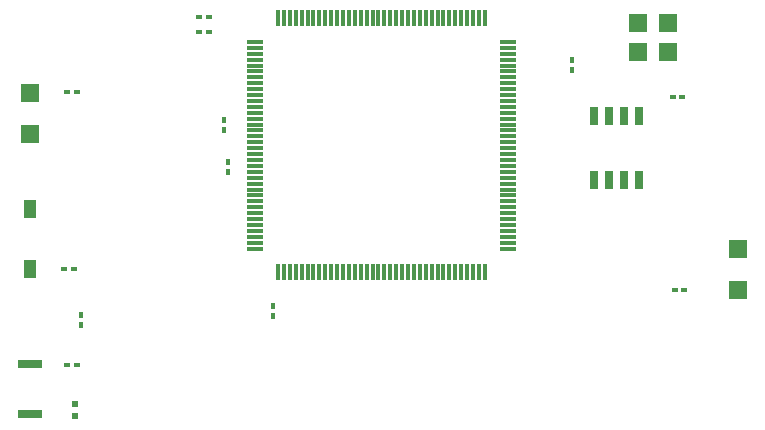
<source format=gtp>
G04*
G04 #@! TF.GenerationSoftware,Altium Limited,Altium Designer,19.1.7 (138)*
G04*
G04 Layer_Color=8421504*
%FSLAX25Y25*%
%MOIN*%
G70*
G01*
G75*
%ADD16R,0.02461X0.01575*%
%ADD17R,0.01575X0.02461*%
%ADD18R,0.03937X0.06299*%
%ADD19R,0.01968X0.02362*%
%ADD20R,0.02559X0.06004*%
%ADD21R,0.07874X0.03150*%
%ADD22R,0.05906X0.06299*%
%ADD23R,0.05807X0.01181*%
%ADD24R,0.01181X0.05807*%
%ADD25R,0.05906X0.05906*%
D16*
X231322Y81300D02*
D03*
X228078D02*
D03*
X28822Y147300D02*
D03*
X25578D02*
D03*
X25578Y56300D02*
D03*
X28822D02*
D03*
X72822Y167300D02*
D03*
X69578D02*
D03*
X72822Y172300D02*
D03*
X69578D02*
D03*
X24578Y88300D02*
D03*
X27822D02*
D03*
X230622Y145700D02*
D03*
X227378D02*
D03*
D17*
X30200Y72922D02*
D03*
Y69678D02*
D03*
X79200Y123922D02*
D03*
Y120678D02*
D03*
X78000Y134678D02*
D03*
Y137922D02*
D03*
X193700Y154778D02*
D03*
Y158022D02*
D03*
X94200Y75922D02*
D03*
Y72678D02*
D03*
D18*
X13200Y108300D02*
D03*
Y88300D02*
D03*
D19*
X28200Y39300D02*
D03*
Y43237D02*
D03*
D20*
X201200Y118123D02*
D03*
X206200D02*
D03*
X211200D02*
D03*
X216200D02*
D03*
Y139477D02*
D03*
X211200D02*
D03*
X206200D02*
D03*
X201200D02*
D03*
D21*
X13200Y56568D02*
D03*
Y40032D02*
D03*
D22*
X215900Y170521D02*
D03*
X225900D02*
D03*
Y160679D02*
D03*
X215900D02*
D03*
D23*
X88046Y164073D02*
D03*
Y162105D02*
D03*
Y160136D02*
D03*
Y158168D02*
D03*
Y156199D02*
D03*
Y154231D02*
D03*
Y152262D02*
D03*
Y150294D02*
D03*
Y148325D02*
D03*
Y146357D02*
D03*
Y144388D02*
D03*
Y142420D02*
D03*
Y140451D02*
D03*
Y138483D02*
D03*
Y136514D02*
D03*
Y134546D02*
D03*
Y132577D02*
D03*
Y130609D02*
D03*
Y128640D02*
D03*
Y126672D02*
D03*
Y124703D02*
D03*
Y122735D02*
D03*
Y120766D02*
D03*
Y118798D02*
D03*
Y116829D02*
D03*
Y114861D02*
D03*
Y112892D02*
D03*
Y110924D02*
D03*
Y108955D02*
D03*
Y106987D02*
D03*
Y105018D02*
D03*
Y103050D02*
D03*
Y101081D02*
D03*
Y99113D02*
D03*
Y97144D02*
D03*
Y95176D02*
D03*
X172597D02*
D03*
Y97144D02*
D03*
Y99113D02*
D03*
Y101081D02*
D03*
Y103050D02*
D03*
Y105018D02*
D03*
Y106987D02*
D03*
Y108955D02*
D03*
Y110924D02*
D03*
Y112892D02*
D03*
Y114861D02*
D03*
Y116829D02*
D03*
Y118798D02*
D03*
Y120766D02*
D03*
Y122735D02*
D03*
Y124703D02*
D03*
Y126672D02*
D03*
Y128640D02*
D03*
Y130609D02*
D03*
Y132577D02*
D03*
Y134546D02*
D03*
Y136514D02*
D03*
Y138483D02*
D03*
Y140451D02*
D03*
Y142420D02*
D03*
Y144388D02*
D03*
Y146357D02*
D03*
Y148325D02*
D03*
Y150294D02*
D03*
Y152262D02*
D03*
Y154231D02*
D03*
Y156199D02*
D03*
Y158168D02*
D03*
Y160136D02*
D03*
Y162105D02*
D03*
Y164073D02*
D03*
D24*
X95872Y87349D02*
D03*
X97841D02*
D03*
X99809D02*
D03*
X101778D02*
D03*
X103746D02*
D03*
X105715D02*
D03*
X107684D02*
D03*
X109652D02*
D03*
X111620D02*
D03*
X113589D02*
D03*
X115558D02*
D03*
X117526D02*
D03*
X119494D02*
D03*
X121463D02*
D03*
X123432D02*
D03*
X125400D02*
D03*
X127368D02*
D03*
X129337D02*
D03*
X131306D02*
D03*
X133274D02*
D03*
X135242D02*
D03*
X137211D02*
D03*
X139180D02*
D03*
X141148D02*
D03*
X143116D02*
D03*
X145085D02*
D03*
X147054D02*
D03*
X149022D02*
D03*
X150991D02*
D03*
X152959D02*
D03*
X154928D02*
D03*
X156896D02*
D03*
X158865D02*
D03*
X160833D02*
D03*
X162802D02*
D03*
X164770D02*
D03*
Y171900D02*
D03*
X162802D02*
D03*
X160833D02*
D03*
X158865D02*
D03*
X156896D02*
D03*
X154928D02*
D03*
X152959D02*
D03*
X150991D02*
D03*
X149022D02*
D03*
X147054D02*
D03*
X145085D02*
D03*
X143116D02*
D03*
X141148D02*
D03*
X139180D02*
D03*
X137211D02*
D03*
X135242D02*
D03*
X133274D02*
D03*
X131306D02*
D03*
X129337D02*
D03*
X127368D02*
D03*
X125400D02*
D03*
X123432D02*
D03*
X121463D02*
D03*
X119494D02*
D03*
X117526D02*
D03*
X115558D02*
D03*
X113589D02*
D03*
X111620D02*
D03*
X109652D02*
D03*
X107684D02*
D03*
X105715D02*
D03*
X103746D02*
D03*
X101778D02*
D03*
X99809D02*
D03*
X97841D02*
D03*
X95872D02*
D03*
D25*
X249200Y81410D02*
D03*
Y95190D02*
D03*
X13200Y147190D02*
D03*
Y133410D02*
D03*
M02*

</source>
